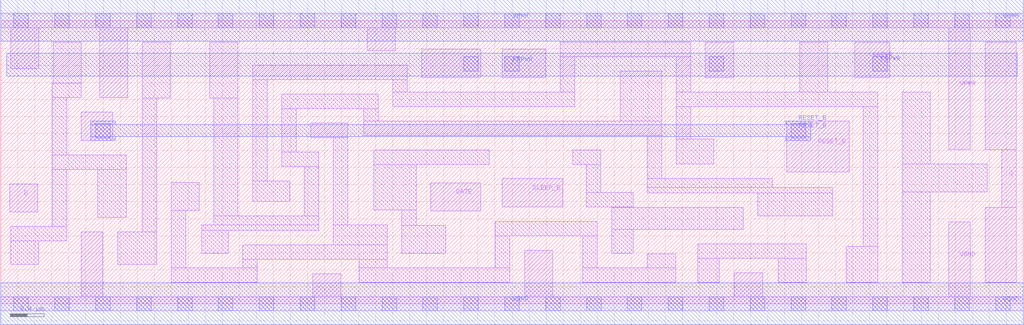
<source format=lef>
# Copyright 2020 The SkyWater PDK Authors
#
# Licensed under the Apache License, Version 2.0 (the "License");
# you may not use this file except in compliance with the License.
# You may obtain a copy of the License at
#
#     https://www.apache.org/licenses/LICENSE-2.0
#
# Unless required by applicable law or agreed to in writing, software
# distributed under the License is distributed on an "AS IS" BASIS,
# WITHOUT WARRANTIES OR CONDITIONS OF ANY KIND, either express or implied.
# See the License for the specific language governing permissions and
# limitations under the License.
#
# SPDX-License-Identifier: Apache-2.0

VERSION 5.7 ;
  NAMESCASESENSITIVE ON ;
  NOWIREEXTENSIONATPIN ON ;
  DIVIDERCHAR "/" ;
  BUSBITCHARS "[]" ;
UNITS
  DATABASE MICRONS 200 ;
END UNITS
MACRO sky130_fd_sc_lp__srdlrtp_1
  CLASS CORE ;
  SOURCE USER ;
  FOREIGN sky130_fd_sc_lp__srdlrtp_1 ;
  ORIGIN  0.000000  0.000000 ;
  SIZE  12.00000 BY  3.330000 ;
  SYMMETRY X Y R90 ;
  SITE unit ;
  PIN D
    ANTENNAGATEAREA  0.159000 ;
    DIRECTION INPUT ;
    USE SIGNAL ;
    PORT
      LAYER li1 ;
        RECT 0.105000 1.080000 0.435000 1.410000 ;
    END
  END D
  PIN Q
    ANTENNADIFFAREA  0.598500 ;
    DIRECTION OUTPUT ;
    USE SIGNAL ;
    PORT
      LAYER li1 ;
        RECT 11.555000 0.255000 11.915000 1.135000 ;
        RECT 11.555000 1.815000 11.915000 3.075000 ;
        RECT 11.745000 1.135000 11.915000 1.815000 ;
    END
  END Q
  PIN RESET_B
    ANTENNAGATEAREA  0.472000 ;
    DIRECTION INPUT ;
    USE SIGNAL ;
    PORT
      LAYER li1 ;
        RECT 0.945000 1.920000 1.315000 2.255000 ;
        RECT 9.225000 1.550000 9.955000 2.150000 ;
      LAYER mcon ;
        RECT 1.115000 1.950000 1.285000 2.120000 ;
        RECT 9.275000 1.950000 9.445000 2.120000 ;
      LAYER met1 ;
        RECT 1.055000 1.920000 1.345000 1.965000 ;
        RECT 1.055000 1.965000 9.505000 2.105000 ;
        RECT 1.055000 2.105000 1.345000 2.150000 ;
        RECT 9.215000 1.920000 9.505000 1.965000 ;
        RECT 9.215000 2.105000 9.505000 2.150000 ;
    END
  END RESET_B
  PIN SLEEP_B
    ANTENNAGATEAREA  0.598000 ;
    DIRECTION INPUT ;
    USE SIGNAL ;
    PORT
      LAYER li1 ;
        RECT 5.885000 1.140000 6.595000 1.470000 ;
    END
  END SLEEP_B
  PIN GATE
    ANTENNAGATEAREA  0.159000 ;
    DIRECTION INPUT ;
    USE CLOCK ;
    PORT
      LAYER li1 ;
        RECT 5.045000 1.090000 5.635000 1.420000 ;
    END
  END GATE
  PIN KAPWR
    DIRECTION INOUT ;
    USE POWER ;
    PORT
      LAYER li1 ;
        RECT  4.940000 2.660000  5.635000 2.990000 ;
        RECT  5.885000 2.660000  6.395000 2.990000 ;
        RECT  8.270000 2.660000  8.600000 3.075000 ;
        RECT 10.020000 2.660000 10.435000 3.075000 ;
      LAYER mcon ;
        RECT  5.435000 2.735000  5.605000 2.905000 ;
        RECT  5.915000 2.735000  6.085000 2.905000 ;
        RECT  8.315000 2.735000  8.485000 2.905000 ;
        RECT 10.235000 2.735000 10.405000 2.905000 ;
      LAYER met1 ;
        RECT 0.070000 2.675000 11.930000 2.945000 ;
    END
  END KAPWR
  PIN VGND
    DIRECTION INOUT ;
    USE GROUND ;
    PORT
      LAYER li1 ;
        RECT  0.000000 -0.085000 12.000000 0.085000 ;
        RECT  0.945000  0.085000  1.195000 0.845000 ;
        RECT  3.660000  0.085000  3.990000 0.355000 ;
        RECT  6.150000  0.085000  6.480000 0.630000 ;
        RECT  8.610000  0.085000  8.940000 0.365000 ;
        RECT 11.125000  0.085000 11.375000 0.965000 ;
      LAYER mcon ;
        RECT  0.155000 -0.085000  0.325000 0.085000 ;
        RECT  0.635000 -0.085000  0.805000 0.085000 ;
        RECT  1.115000 -0.085000  1.285000 0.085000 ;
        RECT  1.595000 -0.085000  1.765000 0.085000 ;
        RECT  2.075000 -0.085000  2.245000 0.085000 ;
        RECT  2.555000 -0.085000  2.725000 0.085000 ;
        RECT  3.035000 -0.085000  3.205000 0.085000 ;
        RECT  3.515000 -0.085000  3.685000 0.085000 ;
        RECT  3.995000 -0.085000  4.165000 0.085000 ;
        RECT  4.475000 -0.085000  4.645000 0.085000 ;
        RECT  4.955000 -0.085000  5.125000 0.085000 ;
        RECT  5.435000 -0.085000  5.605000 0.085000 ;
        RECT  5.915000 -0.085000  6.085000 0.085000 ;
        RECT  6.395000 -0.085000  6.565000 0.085000 ;
        RECT  6.875000 -0.085000  7.045000 0.085000 ;
        RECT  7.355000 -0.085000  7.525000 0.085000 ;
        RECT  7.835000 -0.085000  8.005000 0.085000 ;
        RECT  8.315000 -0.085000  8.485000 0.085000 ;
        RECT  8.795000 -0.085000  8.965000 0.085000 ;
        RECT  9.275000 -0.085000  9.445000 0.085000 ;
        RECT  9.755000 -0.085000  9.925000 0.085000 ;
        RECT 10.235000 -0.085000 10.405000 0.085000 ;
        RECT 10.715000 -0.085000 10.885000 0.085000 ;
        RECT 11.195000 -0.085000 11.365000 0.085000 ;
        RECT 11.675000 -0.085000 11.845000 0.085000 ;
      LAYER met1 ;
        RECT 0.000000 -0.245000 12.000000 0.245000 ;
    END
  END VGND
  PIN VPWR
    DIRECTION INOUT ;
    USE POWER ;
    PORT
      LAYER li1 ;
        RECT  0.000000 3.245000 12.000000 3.415000 ;
        RECT  0.115000 2.765000  0.445000 3.245000 ;
        RECT  1.160000 2.425000  1.490000 3.245000 ;
        RECT  4.300000 2.975000  4.630000 3.245000 ;
        RECT 11.125000 1.815000 11.375000 3.245000 ;
      LAYER mcon ;
        RECT  0.155000 3.245000  0.325000 3.415000 ;
        RECT  0.635000 3.245000  0.805000 3.415000 ;
        RECT  1.115000 3.245000  1.285000 3.415000 ;
        RECT  1.595000 3.245000  1.765000 3.415000 ;
        RECT  2.075000 3.245000  2.245000 3.415000 ;
        RECT  2.555000 3.245000  2.725000 3.415000 ;
        RECT  3.035000 3.245000  3.205000 3.415000 ;
        RECT  3.515000 3.245000  3.685000 3.415000 ;
        RECT  3.995000 3.245000  4.165000 3.415000 ;
        RECT  4.475000 3.245000  4.645000 3.415000 ;
        RECT  4.955000 3.245000  5.125000 3.415000 ;
        RECT  5.435000 3.245000  5.605000 3.415000 ;
        RECT  5.915000 3.245000  6.085000 3.415000 ;
        RECT  6.395000 3.245000  6.565000 3.415000 ;
        RECT  6.875000 3.245000  7.045000 3.415000 ;
        RECT  7.355000 3.245000  7.525000 3.415000 ;
        RECT  7.835000 3.245000  8.005000 3.415000 ;
        RECT  8.315000 3.245000  8.485000 3.415000 ;
        RECT  8.795000 3.245000  8.965000 3.415000 ;
        RECT  9.275000 3.245000  9.445000 3.415000 ;
        RECT  9.755000 3.245000  9.925000 3.415000 ;
        RECT 10.235000 3.245000 10.405000 3.415000 ;
        RECT 10.715000 3.245000 10.885000 3.415000 ;
        RECT 11.195000 3.245000 11.365000 3.415000 ;
        RECT 11.675000 3.245000 11.845000 3.415000 ;
      LAYER met1 ;
        RECT 0.000000 3.085000 12.000000 3.575000 ;
    END
  END VPWR
  OBS
    LAYER li1 ;
      RECT  0.115000 0.465000  0.445000 0.740000 ;
      RECT  0.115000 0.740000  0.775000 0.910000 ;
      RECT  0.605000 0.910000  0.775000 1.580000 ;
      RECT  0.605000 1.580000  1.470000 1.750000 ;
      RECT  0.605000 1.750000  0.775000 2.425000 ;
      RECT  0.605000 2.425000  0.945000 2.595000 ;
      RECT  0.615000 2.595000  0.945000 3.075000 ;
      RECT  1.140000 1.015000  1.470000 1.580000 ;
      RECT  1.375000 0.465000  1.830000 0.845000 ;
      RECT  1.660000 0.845000  1.830000 2.415000 ;
      RECT  1.660000 2.415000  1.990000 3.075000 ;
      RECT  2.000000 0.255000  3.010000 0.425000 ;
      RECT  2.000000 0.425000  2.170000 1.095000 ;
      RECT  2.000000 1.095000  2.330000 1.425000 ;
      RECT  2.360000 0.595000  2.670000 0.865000 ;
      RECT  2.360000 0.865000  3.730000 0.925000 ;
      RECT  2.450000 2.415000  2.780000 3.075000 ;
      RECT  2.500000 0.925000  3.730000 1.035000 ;
      RECT  2.500000 1.035000  2.780000 2.415000 ;
      RECT  2.840000 0.425000  3.010000 0.525000 ;
      RECT  2.840000 0.525000  4.535000 0.695000 ;
      RECT  2.960000 1.205000  3.390000 1.445000 ;
      RECT  2.960000 1.445000  3.130000 2.635000 ;
      RECT  2.960000 2.635000  4.770000 2.805000 ;
      RECT  3.300000 1.615000  3.730000 1.785000 ;
      RECT  3.300000 1.785000  3.470000 2.295000 ;
      RECT  3.300000 2.295000  4.430000 2.465000 ;
      RECT  3.560000 1.035000  3.730000 1.615000 ;
      RECT  3.640000 1.955000  4.070000 2.125000 ;
      RECT  3.900000 0.695000  4.535000 0.925000 ;
      RECT  3.900000 0.925000  4.070000 1.955000 ;
      RECT  4.205000 0.255000  5.975000 0.425000 ;
      RECT  4.205000 0.425000  4.535000 0.525000 ;
      RECT  4.260000 1.980000  7.760000 2.150000 ;
      RECT  4.260000 2.150000  4.430000 2.295000 ;
      RECT  4.375000 1.105000  4.875000 1.640000 ;
      RECT  4.375000 1.640000  5.735000 1.810000 ;
      RECT  4.600000 2.320000  6.735000 2.490000 ;
      RECT  4.600000 2.490000  4.770000 2.635000 ;
      RECT  4.705000 0.595000  5.220000 0.920000 ;
      RECT  4.705000 0.920000  4.875000 1.105000 ;
      RECT  5.805000 0.425000  5.975000 0.800000 ;
      RECT  5.805000 0.800000  7.000000 0.970000 ;
      RECT  6.565000 2.490000  6.735000 2.905000 ;
      RECT  6.565000 2.905000  8.100000 3.075000 ;
      RECT  6.710000 1.640000  7.040000 1.810000 ;
      RECT  6.830000 0.255000  7.920000 0.425000 ;
      RECT  6.830000 0.425000  7.000000 0.800000 ;
      RECT  6.870000 1.140000  7.420000 1.310000 ;
      RECT  6.870000 1.310000  7.040000 1.640000 ;
      RECT  7.170000 0.595000  7.420000 0.875000 ;
      RECT  7.170000 0.875000  8.715000 1.135000 ;
      RECT  7.170000 1.135000  7.420000 1.140000 ;
      RECT  7.270000 2.150000  7.760000 2.735000 ;
      RECT  7.590000 0.425000  7.920000 0.585000 ;
      RECT  7.590000 1.305000  9.765000 1.365000 ;
      RECT  7.590000 1.365000  9.055000 1.475000 ;
      RECT  7.590000 1.475000  7.760000 1.980000 ;
      RECT  7.930000 1.645000  8.365000 1.935000 ;
      RECT  7.930000 1.935000  8.100000 2.320000 ;
      RECT  7.930000 2.320000 10.295000 2.490000 ;
      RECT  7.930000 2.490000  8.100000 2.905000 ;
      RECT  8.180000 0.255000  8.430000 0.535000 ;
      RECT  8.180000 0.535000  9.455000 0.705000 ;
      RECT  8.885000 1.035000  9.765000 1.305000 ;
      RECT  9.125000 0.255000  9.455000 0.535000 ;
      RECT  9.375000 2.490000  9.705000 3.075000 ;
      RECT  9.920000 0.255000 10.295000 0.675000 ;
      RECT 10.125000 0.675000 10.295000 2.320000 ;
      RECT 10.580000 0.255000 10.910000 1.315000 ;
      RECT 10.580000 1.315000 11.575000 1.645000 ;
      RECT 10.580000 1.645000 10.910000 2.490000 ;
  END
END sky130_fd_sc_lp__srdlrtp_1

</source>
